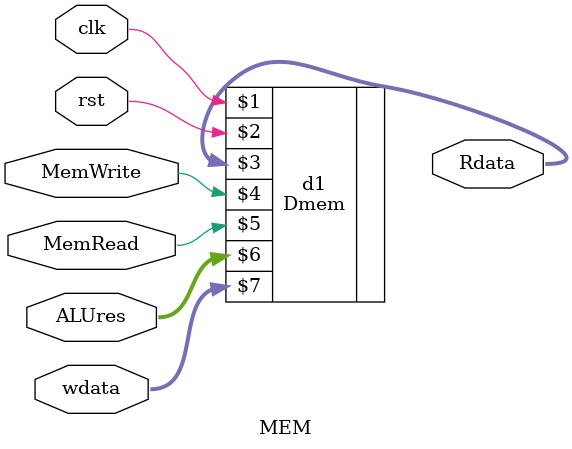
<source format=v>
`timescale 1ns / 1ps


module MEM(clk,rst,ALUres,wdata,MemRead,MemWrite,Rdata);

input [31:0] ALUres,wdata;
input clk,rst;
input MemRead,MemWrite;
output [31:0]Rdata;


Dmem d1(clk,rst,Rdata,MemWrite,MemRead,ALUres,wdata);


endmodule

</source>
